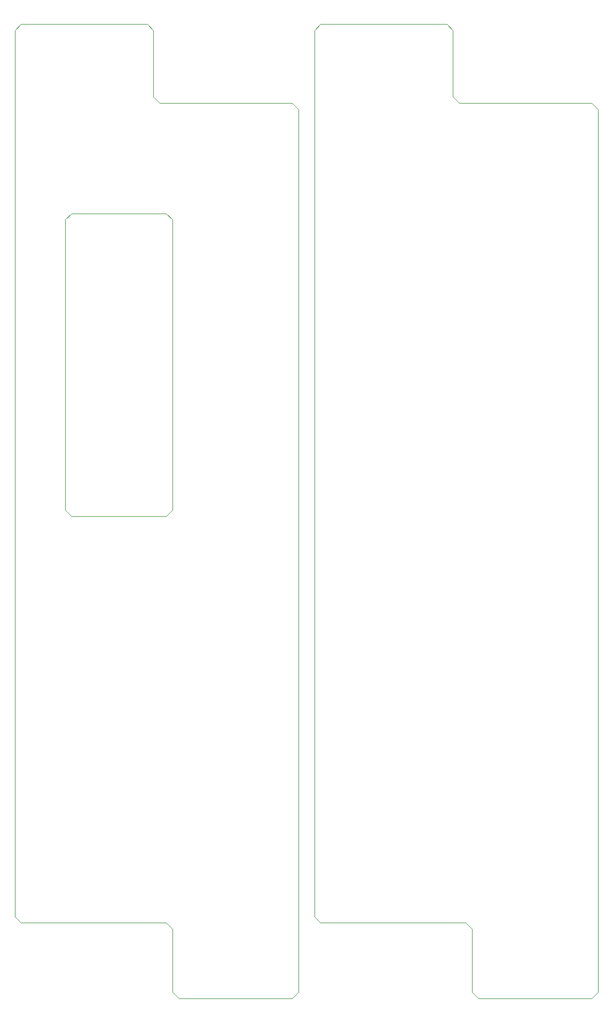
<source format=gbr>
G04 #@! TF.GenerationSoftware,KiCad,Pcbnew,(5.1.5)-2*
G04 #@! TF.CreationDate,2020-06-07T05:43:36+12:00*
G04 #@! TF.ProjectId,JVCard-panel,4a564361-7264-42d7-9061-6e656c2e6b69,rev?*
G04 #@! TF.SameCoordinates,Original*
G04 #@! TF.FileFunction,Profile,NP*
%FSLAX46Y46*%
G04 Gerber Fmt 4.6, Leading zero omitted, Abs format (unit mm)*
G04 Created by KiCad (PCBNEW (5.1.5)-2) date 2020-06-07 05:43:36*
%MOMM*%
%LPD*%
G04 APERTURE LIST*
%ADD10C,0.050000*%
G04 APERTURE END LIST*
D10*
X-143500000Y-27500000D02*
X-158500000Y-27500000D01*
X-142500000Y-28500000D02*
X-143500000Y-27500000D01*
X-142500000Y-74500000D02*
X-142500000Y-28500000D01*
X-143500000Y-75500000D02*
X-142500000Y-74500000D01*
X-158500000Y-75500000D02*
X-143500000Y-75500000D01*
X-159500000Y-74500000D02*
X-158500000Y-75500000D01*
X-159500000Y-28500000D02*
X-159500000Y-74500000D01*
X-158500000Y-27500000D02*
X-159500000Y-28500000D01*
X-166500000Y2500000D02*
X-167500000Y1500000D01*
X-145500000Y-9000000D02*
X-145500000Y1500000D01*
X-167500000Y-139000000D02*
X-166500000Y-140000000D01*
X-144500000Y-10000000D02*
X-145500000Y-9000000D01*
X-141500000Y-152000000D02*
X-123500000Y-152000000D01*
X-142500000Y-141000000D02*
X-142500000Y-151000000D01*
X-167500000Y1500000D02*
X-167500000Y-139000000D01*
X-123500000Y-152000000D02*
X-122500000Y-151000000D01*
X-123500000Y-10000000D02*
X-144500000Y-10000000D01*
X-122500000Y-151000000D02*
X-122500000Y-11000000D01*
X-122500000Y-11000000D02*
X-123500000Y-10000000D01*
X-166500000Y-140000000D02*
X-143500000Y-140000000D01*
X-143500000Y-140000000D02*
X-142500000Y-141000000D01*
X-146500000Y2500000D02*
X-166500000Y2500000D01*
X-145500000Y1500000D02*
X-146500000Y2500000D01*
X-142500000Y-151000000D02*
X-141500000Y-152000000D01*
X-95000000Y-141000000D02*
X-95000000Y-151000000D01*
X-96000000Y-140000000D02*
X-95000000Y-141000000D01*
X-119000000Y-140000000D02*
X-96000000Y-140000000D01*
X-120000000Y-139000000D02*
X-119000000Y-140000000D01*
X-120000000Y1500000D02*
X-120000000Y-139000000D01*
X-119000000Y2500000D02*
X-120000000Y1500000D01*
X-99000000Y2500000D02*
X-119000000Y2500000D01*
X-98000000Y1500000D02*
X-99000000Y2500000D01*
X-98000000Y-9000000D02*
X-98000000Y1500000D01*
X-97000000Y-10000000D02*
X-98000000Y-9000000D01*
X-76000000Y-10000000D02*
X-97000000Y-10000000D01*
X-75000000Y-11000000D02*
X-76000000Y-10000000D01*
X-75000000Y-151000000D02*
X-75000000Y-11000000D01*
X-76000000Y-152000000D02*
X-75000000Y-151000000D01*
X-94000000Y-152000000D02*
X-76000000Y-152000000D01*
X-95000000Y-151000000D02*
X-94000000Y-152000000D01*
M02*

</source>
